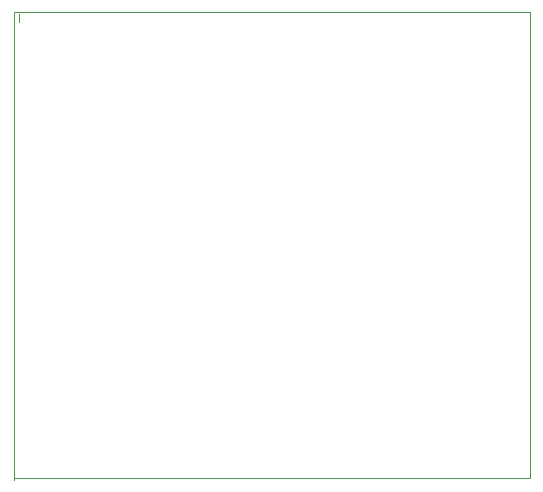
<source format=gm1>
G04 #@! TF.FileFunction,Profile,NP*
%FSLAX46Y46*%
G04 Gerber Fmt 4.6, Leading zero omitted, Abs format (unit mm)*
G04 Created by KiCad (PCBNEW (2015-08-05 BZR 6055, Git fa29c62)-product) date 28/09/2015 1:15:09 PM*
%MOMM*%
G01*
G04 APERTURE LIST*
%ADD10C,0.150000*%
%ADD11C,0.100000*%
G04 APERTURE END LIST*
D10*
D11*
X33197800Y-117612160D02*
X33197800Y-157236160D01*
X76885800Y-117612160D02*
X33197800Y-117612160D01*
X76885800Y-157109160D02*
X76885800Y-117612160D01*
X33197800Y-157109160D02*
X76885800Y-157109160D01*
X33639760Y-117850920D02*
X33639760Y-118521480D01*
M02*

</source>
